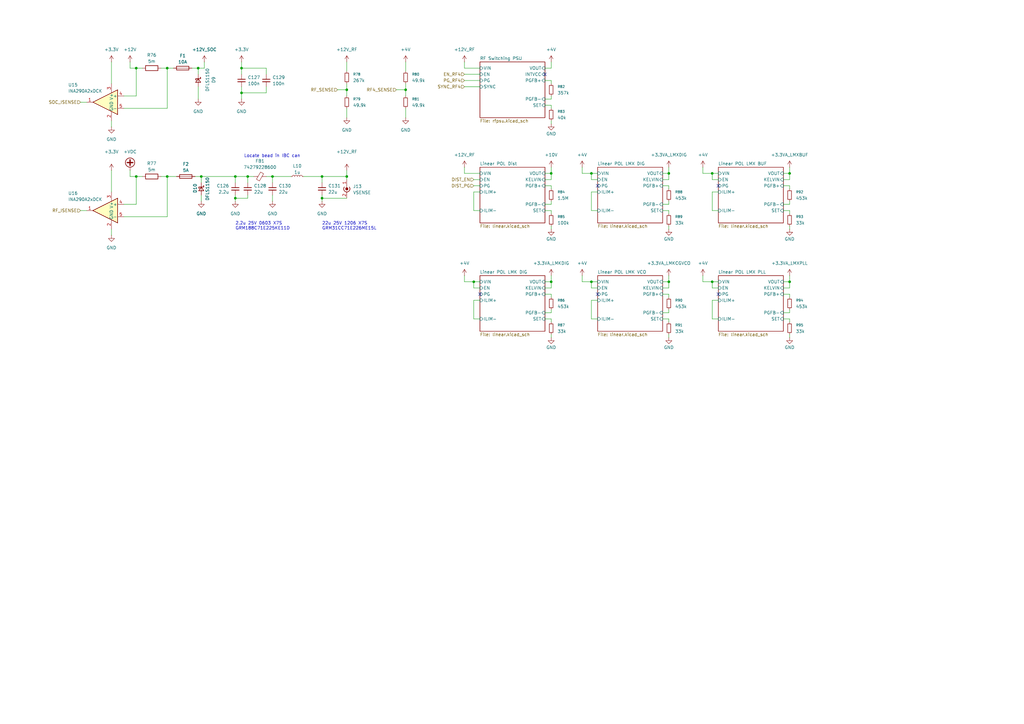
<source format=kicad_sch>
(kicad_sch (version 20250114) (generator "eeschema") (generator_version "9.0")
  (paper "A3")
  (lib_symbols
    (symbol "Amplifier_Current:INA290A2xDCK" (pin_names (offset 0.127))
      (property "Reference" "U" (at 3.81 3.81 0))
      (property "Value" "INA290A2xDCK" (at 3.81 -2.54 0))
      (symbol "INA290A2xDCK_0_1"
        (polyline (pts (xy 5.08 0) (xy -5.08 5.08) (xy -5.08 -5.08) (xy 5.08 0)) (stroke (width 0.254)) (fill (type background)))
      )
      (symbol "INA290A2xDCK_1_1"
        (pin input line (at -7.62 2.54 0) (length 2.54) (name "+") (number "4"))
        (pin input line (at -7.62 -2.54 0) (length 2.54) (name "-") (number "5"))
        (pin power_in line (at -2.54 7.62 270) (length 3.81) (name "V+") (number "3"))
        (pin power_in line (at -2.54 -7.62 90) (length 3.81) (name "GND") (number "2"))
        (pin output line (at 7.62 0 180) (length 2.54) (name "~") (number "1"))
      )
    )
    (symbol "Connector:Conn_Coaxial_Power" (pin_names (offset 1.016) (hide yes))
      (property "Reference" "J" (at -5.08 -1.27 90))
      (property "Value" "Conn_Coaxial_Power" (at -3.175 -1.27 90))
      (symbol "Conn_Coaxial_Power_0_1"
        (arc (start 1.016 -0.508) (mid 1.2048 -0.8684) (end 1.27 -1.27) (stroke (width 0.254)))
        (polyline (pts (xy 0 0) (xy 0 -1.27)))
        (arc (start 1.27 -1.27) (mid 0 -2.5345) (end -1.27 -1.27) (stroke (width 0.254)))
        (arc (start -1.27 -1.27) (mid -1.2048 -0.8684) (end -1.016 -0.508) (stroke (width 0.254)))
        (circle (center 0 -1.27) (radius 0.508) (stroke (width 0.2032)) (fill (type outline)))
        (polyline (pts (xy 0 -2.54) (xy 0 -3.048)))
      )
      (symbol "Conn_Coaxial_Power_1_1"
        (pin passive line (at 0 2.54 270) (length 2.54) (name "In") (number "1"))
        (pin passive line (at 0 -5.08 90) (length 2.54) (name "Ext") (number "2"))
      )
    )
    (symbol "Device:C_Small" (pin_numbers (hide yes)) (pin_names (offset 0.254) (hide yes))
      (property "Reference" "C" (at 0.254 1.778 0))
      (property "Value" "C_Small" (at 0.254 -2.032 0))
      (symbol "C_Small_0_1"
        (polyline (pts (xy -1.524 0.508) (xy 1.524 0.508)) (stroke (width 0.3048)))
        (polyline (pts (xy -1.524 -0.508) (xy 1.524 -0.508)) (stroke (width 0.3302)))
      )
      (symbol "C_Small_1_1"
        (pin passive line (at 0 2.54 270) (length 2.032) (name "~") (number "1"))
        (pin passive line (at 0 -2.54 90) (length 2.032) (name "~") (number "2"))
      )
    )
    (symbol "Device:D_Schottky_Small" (pin_numbers (hide yes)) (pin_names (offset 0.254) (hide yes))
      (property "Reference" "D" (at -1.27 2.032 0))
      (property "Value" "D_Schottky_Small" (at -7.112 -2.032 0))
      (symbol "D_Schottky_Small_0_1"
        (polyline (pts (xy -1.27 0.762) (xy -1.27 1.016) (xy -0.762 1.016) (xy -0.762 -1.016) (xy -0.254 -1.016) (xy -0.254 -0.762)) (stroke (width 0.254)))
        (polyline (pts (xy -0.762 0) (xy 0.762 0)))
        (polyline (pts (xy 0.762 -1.016) (xy -0.762 0) (xy 0.762 1.016) (xy 0.762 -1.016)) (stroke (width 0.254)))
      )
      (symbol "D_Schottky_Small_1_1"
        (pin passive line (at -2.54 0 0) (length 1.778) (name "K") (number "1"))
        (pin passive line (at 2.54 0 180) (length 1.778) (name "A") (number "2"))
      )
    )
    (symbol "Device:FerriteBead_Small" (pin_numbers (hide yes)) (pin_names (offset 0))
      (property "Reference" "FB" (at 1.905 1.27 0))
      (property "Value" "FerriteBead_Small" (at 1.905 -1.27 0))
      (symbol "FerriteBead_Small_0_1"
        (polyline (pts (xy -1.8288 0.2794) (xy -1.1176 1.4986) (xy 1.8288 -0.2032) (xy 1.1176 -1.4224) (xy -1.8288 0.2794)))
        (polyline (pts (xy 0 0.889) (xy 0 1.2954)))
        (polyline (pts (xy 0 -1.27) (xy 0 -0.7874)))
      )
      (symbol "FerriteBead_Small_1_1"
        (pin passive line (at 0 2.54 270) (length 1.27) (name "~") (number "1"))
        (pin passive line (at 0 -2.54 90) (length 1.27) (name "~") (number "2"))
      )
    )
    (symbol "Device:Fuse" (pin_numbers (hide yes)) (pin_names (offset 0))
      (property "Reference" "F" (at 2.032 0 90))
      (property "Value" "Fuse" (at -1.905 0 90))
      (symbol "Fuse_0_1"
        (rectangle (start -0.762 -2.54) (end 0.762 2.54) (stroke (width 0.254)))
        (polyline (pts (xy 0 2.54) (xy 0 -2.54)))
      )
      (symbol "Fuse_1_1"
        (pin passive line (at 0 3.81 270) (length 1.27) (name "~") (number "1"))
        (pin passive line (at 0 -3.81 90) (length 1.27) (name "~") (number "2"))
      )
    )
    (symbol "Device:L_Small" (pin_numbers (hide yes)) (pin_names (offset 0.254) (hide yes))
      (property "Reference" "L" (at 0.762 1.016 0))
      (property "Value" "L_Small" (at 0.762 -1.016 0))
      (symbol "L_Small_0_1"
        (arc (start 0 2.032) (mid 0.5058 1.524) (end 0 1.016))
        (arc (start 0 1.016) (mid 0.5058 0.508) (end 0 0))
        (arc (start 0 0) (mid 0.5058 -0.508) (end 0 -1.016))
        (arc (start 0 -1.016) (mid 0.5058 -1.524) (end 0 -2.032))
      )
      (symbol "L_Small_1_1"
        (pin passive line (at 0 2.54 270) (length 0.508) (name "~") (number "1"))
        (pin passive line (at 0 -2.54 90) (length 0.508) (name "~") (number "2"))
      )
    )
    (symbol "Device:R" (pin_numbers (hide yes)) (pin_names (offset 0))
      (property "Reference" "R" (at 2.032 0 90))
      (property "Value" "R" (at 0 0 90))
      (symbol "R_0_1"
        (rectangle (start -1.016 -2.54) (end 1.016 2.54) (stroke (width 0.254)))
      )
      (symbol "R_1_1"
        (pin passive line (at 0 3.81 270) (length 1.27) (name "~") (number "1"))
        (pin passive line (at 0 -3.81 90) (length 1.27) (name "~") (number "2"))
      )
    )
    (symbol "Device:R_Small" (pin_numbers (hide yes)) (pin_names (offset 0.254) (hide yes))
      (property "Reference" "R" (at 0 0 90))
      (property "Value" "R_Small" (at 1.778 0 90))
      (symbol "R_Small_0_1"
        (rectangle (start -0.762 1.778) (end 0.762 -1.778) (stroke (width 0.2032)))
      )
      (symbol "R_Small_1_1"
        (pin passive line (at 0 2.54 270) (length 0.762) (name "~") (number "1"))
        (pin passive line (at 0 -2.54 90) (length 0.762) (name "~") (number "2"))
      )
    )
    (symbol "power:+10V" (power) (pin_numbers (hide yes)) (pin_names (offset 0) (hide yes))
      (property "Value" "+10V" (at 0 3.556 0))
      (symbol "+10V_0_1"
        (polyline (pts (xy -0.762 1.27) (xy 0 2.54)))
        (polyline (pts (xy 0 2.54) (xy 0.762 1.27)))
        (polyline (pts (xy 0 0) (xy 0 2.54)))
      )
      (symbol "+10V_1_1"
        (pin power_in line (at 0 0 90) (length 0) (name "~") (number "1"))
      )
    )
    (symbol "power:+12V" (power) (pin_numbers (hide yes)) (pin_names (offset 0) (hide yes))
      (property "Value" "+12V" (at 0 3.556 0))
      (symbol "+12V_0_1"
        (polyline (pts (xy -0.762 1.27) (xy 0 2.54)))
        (polyline (pts (xy 0 2.54) (xy 0.762 1.27)))
        (polyline (pts (xy 0 0) (xy 0 2.54)))
      )
      (symbol "+12V_1_1"
        (pin power_in line (at 0 0 90) (length 0) (name "~") (number "1"))
      )
    )
    (symbol "power:+3.3V" (power) (pin_numbers (hide yes)) (pin_names (offset 0) (hide yes))
      (property "Value" "+3.3V" (at 0 3.556 0))
      (symbol "+3.3V_0_1"
        (polyline (pts (xy -0.762 1.27) (xy 0 2.54)))
        (polyline (pts (xy 0 2.54) (xy 0.762 1.27)))
        (polyline (pts (xy 0 0) (xy 0 2.54)))
      )
      (symbol "+3.3V_1_1"
        (pin power_in line (at 0 0 90) (length 0) (name "~") (number "1"))
      )
    )
    (symbol "power:+4V" (power) (pin_numbers (hide yes)) (pin_names (offset 0) (hide yes))
      (property "Value" "+4V" (at 0 3.556 0))
      (symbol "+4V_0_1"
        (polyline (pts (xy -0.762 1.27) (xy 0 2.54)))
        (polyline (pts (xy 0 2.54) (xy 0.762 1.27)))
        (polyline (pts (xy 0 0) (xy 0 2.54)))
      )
      (symbol "+4V_1_1"
        (pin power_in line (at 0 0 90) (length 0) (name "~") (number "1"))
      )
    )
    (symbol "power:+VDC" (power) (pin_numbers (hide yes)) (pin_names (offset 0) (hide yes))
      (property "Value" "+VDC" (at 0 6.35 0))
      (symbol "+VDC_0_1"
        (polyline (pts (xy -1.143 3.175) (xy 1.143 3.175)) (stroke (width 0.508)))
        (circle (center 0 3.175) (radius 1.905) (stroke (width 0.254)))
        (polyline (pts (xy 0 2.032) (xy 0 4.318)) (stroke (width 0.508)))
        (polyline (pts (xy 0 0) (xy 0 1.27)))
      )
      (symbol "+VDC_1_1"
        (pin power_in line (at 0 0 90) (length 0) (name "~") (number "1"))
      )
    )
    (symbol "power:GND" (power) (pin_numbers (hide yes)) (pin_names (offset 0) (hide yes))
      (property "Value" "GND" (at 0 -3.81 0))
      (symbol "GND_0_1"
        (polyline (pts (xy 0 0) (xy 0 -1.27) (xy 1.27 -1.27) (xy 0 -2.54) (xy -1.27 -1.27) (xy 0 -1.27)))
      )
      (symbol "GND_1_1"
        (pin power_in line (at 0 0 270) (length 0) (name "~") (number "1"))
      )
    )
    (symbol "power:VBUS" (power) (pin_numbers (hide yes)) (pin_names (offset 0) (hide yes))
      (property "Value" "VBUS" (at 0 3.556 0))
      (symbol "VBUS_0_1"
        (polyline (pts (xy -0.762 1.27) (xy 0 2.54)))
        (polyline (pts (xy 0 2.54) (xy 0.762 1.27)))
        (polyline (pts (xy 0 0) (xy 0 2.54)))
      )
      (symbol "VBUS_1_1"
        (pin power_in line (at 0 0 90) (length 0) (name "~") (number "1"))
      )
    )
  )
  (text "22u 25V 1206 X7S\nGRM31CC71E226ME15L" (at 132.08 90.932 0) (effects (font (size 1.27 1.27)) (justify left top)))
  (text "2.2u 25V 0603 X7S\nGRM188C71E225KE11D" (at 96.52 90.932 0) (effects (font (size 1.27 1.27)) (justify left top)))
  (text "Locate bead in IBC can" (at 100.076 64.77 0) (effects (font (size 1.27 1.27)) (justify left bottom)))
  (junction (at 323.85 115.57))
  (junction (at 81.28 27.94))
  (junction (at 292.1 115.57))
  (junction (at 142.24 72.39))
  (junction (at 99.06 27.94))
  (junction (at 274.32 115.57))
  (junction (at 55.88 27.94))
  (junction (at 132.08 72.39))
  (junction (at 82.55 72.39))
  (junction (at 242.57 115.57))
  (junction (at 166.37 36.83))
  (junction (at 132.08 81.28))
  (junction (at 242.57 71.12))
  (junction (at 323.85 71.12))
  (junction (at 292.1 71.12))
  (junction (at 96.52 72.39))
  (junction (at 194.31 115.57))
  (junction (at 226.06 71.12))
  (junction (at 99.06 38.1))
  (junction (at 101.6 72.39))
  (junction (at 68.58 72.39))
  (junction (at 226.06 115.57))
  (junction (at 142.24 36.83))
  (junction (at 274.32 71.12))
  (junction (at 111.76 72.39))
  (junction (at 68.58 27.94))
  (junction (at 55.88 72.39))
  (junction (at 96.52 81.28))
  (no_connect (at 196.85 120.65))
  (no_connect (at 245.11 76.2))
  (no_connect (at 294.64 120.65))
  (no_connect (at 245.11 120.65))
  (no_connect (at 223.52 30.48))
  (no_connect (at 294.64 76.2))
  (wire (pts (xy 99.06 27.94) (xy 99.06 30.48)))
  (wire (pts (xy 321.31 83.82) (xy 323.85 83.82)))
  (wire (pts (xy 96.52 72.39) (xy 96.52 74.93)))
  (wire (pts (xy 82.55 72.39) (xy 96.52 72.39)))
  (wire (pts (xy 142.24 36.83) (xy 142.24 39.37)))
  (wire (pts (xy 321.31 118.11) (xy 323.85 118.11)))
  (wire (pts (xy 166.37 44.45) (xy 166.37 48.26)))
  (wire (pts (xy 45.72 25.4) (xy 45.72 34.29)))
  (wire (pts (xy 226.06 128.27) (xy 226.06 127)))
  (wire (pts (xy 81.28 27.94) (xy 83.82 27.94)))
  (wire (pts (xy 226.06 68.58) (xy 226.06 71.12)))
  (wire (pts (xy 238.76 68.58) (xy 238.76 71.12)))
  (wire (pts (xy 81.28 30.48) (xy 81.28 27.94)))
  (wire (pts (xy 109.22 27.94) (xy 99.06 27.94)))
  (wire (pts (xy 66.04 72.39) (xy 68.58 72.39)))
  (wire (pts (xy 274.32 83.82) (xy 274.32 82.55)))
  (wire (pts (xy 50.8 88.9) (xy 68.58 88.9)))
  (wire (pts (xy 274.32 118.11) (xy 274.32 115.57)))
  (wire (pts (xy 274.32 92.71) (xy 274.32 93.98)))
  (wire (pts (xy 323.85 121.92) (xy 323.85 120.65)))
  (wire (pts (xy 142.24 73.66) (xy 142.24 72.39)))
  (wire (pts (xy 162.56 36.83) (xy 166.37 36.83)))
  (wire (pts (xy 238.76 113.03) (xy 238.76 115.57)))
  (wire (pts (xy 288.29 68.58) (xy 288.29 71.12)))
  (wire (pts (xy 226.06 87.63) (xy 226.06 86.36)))
  (wire (pts (xy 323.85 113.03) (xy 323.85 115.57)))
  (wire (pts (xy 53.34 25.4) (xy 53.34 27.94)))
  (wire (pts (xy 223.52 40.64) (xy 226.06 40.64)))
  (wire (pts (xy 226.06 25.4) (xy 226.06 27.94)))
  (wire (pts (xy 226.06 77.47) (xy 226.06 76.2)))
  (wire (pts (xy 55.88 27.94) (xy 58.42 27.94)))
  (wire (pts (xy 321.31 86.36) (xy 323.85 86.36)))
  (wire (pts (xy 323.85 137.16) (xy 323.85 138.43)))
  (wire (pts (xy 242.57 73.66) (xy 242.57 71.12)))
  (wire (pts (xy 223.52 86.36) (xy 226.06 86.36)))
  (wire (pts (xy 66.04 27.94) (xy 68.58 27.94)))
  (wire (pts (xy 226.06 49.53) (xy 226.06 50.8)))
  (wire (pts (xy 271.78 73.66) (xy 274.32 73.66)))
  (wire (pts (xy 132.08 81.28) (xy 142.24 81.28)))
  (wire (pts (xy 294.64 78.74) (xy 292.1 78.74)))
  (wire (pts (xy 238.76 115.57) (xy 242.57 115.57)))
  (wire (pts (xy 226.06 113.03) (xy 226.06 115.57)))
  (wire (pts (xy 323.85 128.27) (xy 323.85 127)))
  (wire (pts (xy 194.31 115.57) (xy 196.85 115.57)))
  (wire (pts (xy 68.58 27.94) (xy 71.12 27.94)))
  (wire (pts (xy 323.85 73.66) (xy 323.85 71.12)))
  (wire (pts (xy 132.08 80.01) (xy 132.08 81.28)))
  (wire (pts (xy 81.28 27.94) (xy 78.74 27.94)))
  (wire (pts (xy 101.6 72.39) (xy 104.14 72.39)))
  (wire (pts (xy 323.85 77.47) (xy 323.85 76.2)))
  (wire (pts (xy 96.52 81.28) (xy 96.52 82.55)))
  (wire (pts (xy 50.8 39.37) (xy 55.88 39.37)))
  (wire (pts (xy 99.06 38.1) (xy 99.06 35.56)))
  (wire (pts (xy 111.76 80.01) (xy 111.76 82.55)))
  (wire (pts (xy 271.78 86.36) (xy 274.32 86.36)))
  (wire (pts (xy 321.31 76.2) (xy 323.85 76.2)))
  (wire (pts (xy 96.52 81.28) (xy 101.6 81.28)))
  (wire (pts (xy 190.5 113.03) (xy 190.5 115.57)))
  (wire (pts (xy 288.29 113.03) (xy 288.29 115.57)))
  (wire (pts (xy 288.29 71.12) (xy 292.1 71.12)))
  (wire (pts (xy 96.52 72.39) (xy 101.6 72.39)))
  (wire (pts (xy 223.52 73.66) (xy 226.06 73.66)))
  (wire (pts (xy 194.31 118.11) (xy 194.31 115.57)))
  (wire (pts (xy 226.06 132.08) (xy 226.06 130.81)))
  (wire (pts (xy 292.1 78.74) (xy 292.1 86.36)))
  (wire (pts (xy 101.6 72.39) (xy 101.6 74.93)))
  (wire (pts (xy 194.31 123.19) (xy 194.31 130.81)))
  (wire (pts (xy 196.85 118.11) (xy 194.31 118.11)))
  (wire (pts (xy 242.57 130.81) (xy 245.11 130.81)))
  (wire (pts (xy 190.5 35.56) (xy 196.85 35.56)))
  (wire (pts (xy 33.02 86.36) (xy 35.56 86.36)))
  (wire (pts (xy 245.11 78.74) (xy 242.57 78.74)))
  (wire (pts (xy 45.72 93.98) (xy 45.72 96.52)))
  (wire (pts (xy 292.1 115.57) (xy 294.64 115.57)))
  (wire (pts (xy 190.5 33.02) (xy 196.85 33.02)))
  (wire (pts (xy 274.32 137.16) (xy 274.32 138.43)))
  (wire (pts (xy 55.88 72.39) (xy 58.42 72.39)))
  (wire (pts (xy 321.31 73.66) (xy 323.85 73.66)))
  (wire (pts (xy 223.52 33.02) (xy 226.06 33.02)))
  (wire (pts (xy 323.85 68.58) (xy 323.85 71.12)))
  (wire (pts (xy 321.31 130.81) (xy 323.85 130.81)))
  (wire (pts (xy 50.8 44.45) (xy 68.58 44.45)))
  (wire (pts (xy 50.8 83.82) (xy 55.88 83.82)))
  (wire (pts (xy 292.1 118.11) (xy 292.1 115.57)))
  (wire (pts (xy 274.32 128.27) (xy 274.32 127)))
  (wire (pts (xy 242.57 118.11) (xy 242.57 115.57)))
  (wire (pts (xy 271.78 76.2) (xy 274.32 76.2)))
  (wire (pts (xy 323.85 118.11) (xy 323.85 115.57)))
  (wire (pts (xy 238.76 71.12) (xy 242.57 71.12)))
  (wire (pts (xy 53.34 27.94) (xy 55.88 27.94)))
  (wire (pts (xy 81.28 35.56) (xy 81.28 40.64)))
  (wire (pts (xy 132.08 72.39) (xy 142.24 72.39)))
  (wire (pts (xy 274.32 77.47) (xy 274.32 76.2)))
  (wire (pts (xy 142.24 25.4) (xy 142.24 29.21)))
  (wire (pts (xy 132.08 74.93) (xy 132.08 72.39)))
  (wire (pts (xy 271.78 120.65) (xy 274.32 120.65)))
  (wire (pts (xy 321.31 115.57) (xy 323.85 115.57)))
  (wire (pts (xy 271.78 83.82) (xy 274.32 83.82)))
  (wire (pts (xy 323.85 83.82) (xy 323.85 82.55)))
  (wire (pts (xy 271.78 128.27) (xy 274.32 128.27)))
  (wire (pts (xy 82.55 74.93) (xy 82.55 72.39)))
  (wire (pts (xy 226.06 73.66) (xy 226.06 71.12)))
  (wire (pts (xy 142.24 34.29) (xy 142.24 36.83)))
  (wire (pts (xy 111.76 72.39) (xy 119.38 72.39)))
  (wire (pts (xy 242.57 115.57) (xy 245.11 115.57)))
  (wire (pts (xy 223.52 128.27) (xy 226.06 128.27)))
  (wire (pts (xy 242.57 86.36) (xy 245.11 86.36)))
  (wire (pts (xy 294.64 123.19) (xy 292.1 123.19)))
  (wire (pts (xy 109.22 27.94) (xy 109.22 30.48)))
  (wire (pts (xy 274.32 87.63) (xy 274.32 86.36)))
  (wire (pts (xy 55.88 39.37) (xy 55.88 27.94)))
  (wire (pts (xy 223.52 120.65) (xy 226.06 120.65)))
  (wire (pts (xy 142.24 44.45) (xy 142.24 48.26)))
  (wire (pts (xy 196.85 123.19) (xy 194.31 123.19)))
  (wire (pts (xy 323.85 87.63) (xy 323.85 86.36)))
  (wire (pts (xy 109.22 72.39) (xy 111.76 72.39)))
  (wire (pts (xy 245.11 123.19) (xy 242.57 123.19)))
  (wire (pts (xy 223.52 43.18) (xy 226.06 43.18)))
  (wire (pts (xy 321.31 120.65) (xy 323.85 120.65)))
  (wire (pts (xy 166.37 25.4) (xy 166.37 29.21)))
  (wire (pts (xy 68.58 88.9) (xy 68.58 72.39)))
  (wire (pts (xy 226.06 83.82) (xy 226.06 82.55)))
  (wire (pts (xy 292.1 123.19) (xy 292.1 130.81)))
  (wire (pts (xy 99.06 38.1) (xy 99.06 40.64)))
  (wire (pts (xy 68.58 72.39) (xy 72.39 72.39)))
  (wire (pts (xy 271.78 115.57) (xy 274.32 115.57)))
  (wire (pts (xy 190.5 27.94) (xy 196.85 27.94)))
  (wire (pts (xy 53.34 69.85) (xy 53.34 72.39)))
  (wire (pts (xy 294.64 118.11) (xy 292.1 118.11)))
  (wire (pts (xy 190.5 115.57) (xy 194.31 115.57)))
  (wire (pts (xy 292.1 130.81) (xy 294.64 130.81)))
  (wire (pts (xy 271.78 118.11) (xy 274.32 118.11)))
  (wire (pts (xy 45.72 49.53) (xy 45.72 52.07)))
  (wire (pts (xy 109.22 38.1) (xy 99.06 38.1)))
  (wire (pts (xy 226.06 118.11) (xy 226.06 115.57)))
  (wire (pts (xy 83.82 27.94) (xy 83.82 25.4)))
  (wire (pts (xy 99.06 25.4) (xy 99.06 27.94)))
  (wire (pts (xy 194.31 130.81) (xy 196.85 130.81)))
  (wire (pts (xy 271.78 130.81) (xy 274.32 130.81)))
  (wire (pts (xy 226.06 44.45) (xy 226.06 43.18)))
  (wire (pts (xy 288.29 115.57) (xy 292.1 115.57)))
  (wire (pts (xy 68.58 44.45) (xy 68.58 27.94)))
  (wire (pts (xy 321.31 128.27) (xy 323.85 128.27)))
  (wire (pts (xy 138.43 36.83) (xy 142.24 36.83)))
  (wire (pts (xy 274.32 68.58) (xy 274.32 71.12)))
  (wire (pts (xy 321.31 71.12) (xy 323.85 71.12)))
  (wire (pts (xy 226.06 121.92) (xy 226.06 120.65)))
  (wire (pts (xy 245.11 73.66) (xy 242.57 73.66)))
  (wire (pts (xy 96.52 81.28) (xy 96.52 80.01)))
  (wire (pts (xy 223.52 118.11) (xy 226.06 118.11)))
  (wire (pts (xy 194.31 86.36) (xy 196.85 86.36)))
  (wire (pts (xy 223.52 130.81) (xy 226.06 130.81)))
  (wire (pts (xy 242.57 71.12) (xy 245.11 71.12)))
  (wire (pts (xy 245.11 118.11) (xy 242.57 118.11)))
  (wire (pts (xy 132.08 81.28) (xy 132.08 82.55)))
  (wire (pts (xy 226.06 92.71) (xy 226.06 93.98)))
  (wire (pts (xy 82.55 72.39) (xy 80.01 72.39)))
  (wire (pts (xy 194.31 78.74) (xy 194.31 86.36)))
  (wire (pts (xy 223.52 76.2) (xy 226.06 76.2)))
  (wire (pts (xy 196.85 76.2) (xy 194.31 76.2)))
  (wire (pts (xy 274.32 132.08) (xy 274.32 130.81)))
  (wire (pts (xy 323.85 132.08) (xy 323.85 130.81)))
  (wire (pts (xy 226.06 137.16) (xy 226.06 138.43)))
  (wire (pts (xy 82.55 80.01) (xy 82.55 82.55)))
  (wire (pts (xy 274.32 121.92) (xy 274.32 120.65)))
  (wire (pts (xy 242.57 123.19) (xy 242.57 130.81)))
  (wire (pts (xy 223.52 115.57) (xy 226.06 115.57)))
  (wire (pts (xy 190.5 68.58) (xy 190.5 71.12)))
  (wire (pts (xy 55.88 83.82) (xy 55.88 72.39)))
  (wire (pts (xy 274.32 73.66) (xy 274.32 71.12)))
  (wire (pts (xy 196.85 78.74) (xy 194.31 78.74)))
  (wire (pts (xy 294.64 73.66) (xy 292.1 73.66)))
  (wire (pts (xy 53.34 72.39) (xy 55.88 72.39)))
  (wire (pts (xy 166.37 34.29) (xy 166.37 36.83)))
  (wire (pts (xy 223.52 83.82) (xy 226.06 83.82)))
  (wire (pts (xy 101.6 80.01) (xy 101.6 81.28)))
  (wire (pts (xy 196.85 73.66) (xy 194.31 73.66)))
  (wire (pts (xy 190.5 30.48) (xy 196.85 30.48)))
  (wire (pts (xy 45.72 69.85) (xy 45.72 78.74)))
  (wire (pts (xy 323.85 92.71) (xy 323.85 93.98)))
  (wire (pts (xy 226.06 34.29) (xy 226.06 33.02)))
  (wire (pts (xy 33.02 41.91) (xy 35.56 41.91)))
  (wire (pts (xy 242.57 78.74) (xy 242.57 86.36)))
  (wire (pts (xy 292.1 71.12) (xy 294.64 71.12)))
  (wire (pts (xy 111.76 72.39) (xy 111.76 74.93)))
  (wire (pts (xy 292.1 73.66) (xy 292.1 71.12)))
  (wire (pts (xy 292.1 86.36) (xy 294.64 86.36)))
  (wire (pts (xy 271.78 71.12) (xy 274.32 71.12)))
  (wire (pts (xy 226.06 40.64) (xy 226.06 39.37)))
  (wire (pts (xy 223.52 71.12) (xy 226.06 71.12)))
  (wire (pts (xy 142.24 69.85) (xy 142.24 72.39)))
  (wire (pts (xy 190.5 71.12) (xy 196.85 71.12)))
  (wire (pts (xy 166.37 36.83) (xy 166.37 39.37)))
  (wire (pts (xy 124.46 72.39) (xy 132.08 72.39)))
  (wire (pts (xy 223.52 27.94) (xy 226.06 27.94)))
  (wire (pts (xy 190.5 25.4) (xy 190.5 27.94)))
  (wire (pts (xy 109.22 35.56) (xy 109.22 38.1)))
  (wire (pts (xy 274.32 113.03) (xy 274.32 115.57)))
  (hierarchical_label "RF4_SENSE" (shape input) (at 162.56 36.83 180))
  (hierarchical_label "SOC_ISENSE" (shape input) (at 33.02 41.91 180))
  (hierarchical_label "PG_RF4" (shape input) (at 190.5 33.02 180))
  (hierarchical_label "RF_SENSE" (shape input) (at 138.43 36.83 180))
  (hierarchical_label "DIST_PG" (shape input) (at 194.31 76.2 180))
  (hierarchical_label "RF_ISENSE" (shape input) (at 33.02 86.36 180))
  (hierarchical_label "DIST_EN" (shape input) (at 194.31 73.66 180))
  (hierarchical_label "EN_RF4" (shape input) (at 190.5 30.48 180))
  (hierarchical_label "SYNC_RF4" (shape input) (at 190.5 35.56 180))
  (symbol (lib_id "power:+VDC") (at 53.34 69.85 0) (unit 1)
    (property "Reference" "#PWR0111" (effects (hide yes)))
    (property "Value" "+VDC" (at 53.34 62.23 0))
    (property "Description" "Power symbol creates a global label with name \"+VDC\"" (effects (hide yes)))
  )
  (symbol (lib_id "power:GND") (at 323.85 93.98 0) (unit 1)
    (property "Reference" "#PWR0143" (effects (hide yes)))
    (property "Value" "GND" (at 323.85 98.044 0))
    (property "Description" "Power symbol creates a global label with name \"GND\" , ground" (effects (hide yes)))
  )
  (symbol (lib_id "Device:R_Small") (at 323.85 134.62 0) (unit 1)
    (property "Reference" "R95" (at 326.39 133.35 0) (effects (font (size 1.016 1.016)) (justify left)))
    (property "Value" "33k" (at 326.39 135.89 0) (effects (justify left)))
    (property "Footprint" "Resistor_SMD:R_0402_1005Metric" (effects (hide yes)))
    (property "Description" "Resistor, small symbol" (effects (hide yes)))
    (property "DIGIKEY_PN" "YAG4374CT-ND" (effects (hide yes)))
  )
  (symbol (lib_id "Device:C_Small") (at 132.08 77.47 0) (unit 1)
    (property "Reference" "C131" (at 134.62 76.2062 0) (effects (justify left)))
    (property "Value" "22u" (at 134.62 78.7462 0) (effects (justify left)))
    (property "Footprint" "Capacitor_SMD:C_1206_3216Metric" (effects (hide yes)))
    (property "Description" "Unpolarized capacitor, small symbol" (effects (hide yes)))
    (property "DIGIKEY_PN" "490-GRM31CC71E226ME15LCT-ND" (effects (hide yes)))
  )
  (symbol (lib_id "power:+4V") (at 288.29 113.03 0) (unit 1)
    (property "Reference" "#PWR0141" (effects (hide yes)))
    (property "Value" "+4V" (at 288.29 107.95 0))
    (property "Description" "Power symbol creates a global label with name \"+4V\"" (effects (hide yes)))
  )
  (symbol (lib_id "power:+3.3V") (at 274.32 68.58 0) (unit 1)
    (property "Reference" "#PWR0136" (effects (hide yes)))
    (property "Value" "+3.3VA_LMXDIG" (at 274.32 63.5 0))
    (property "Description" "Power symbol creates a global label with name \"+3.3V\"" (effects (hide yes)))
  )
  (symbol (lib_id "Device:R_Small") (at 274.32 80.01 0) (mirror y) (unit 1)
    (property "Reference" "R88" (at 276.86 78.7399 0) (effects (font (size 1.016 1.016)) (justify right)))
    (property "Value" "453k" (at 276.86 81.2799 0) (effects (justify right)))
    (property "Footprint" "Resistor_SMD:R_0402_1005Metric" (effects (hide yes)))
    (property "Description" "Resistor, small symbol" (effects (hide yes)))
    (property "DIGIKEY_PN" "13-RC0402FR-13453KLCT-ND" (effects (hide yes)))
  )
  (symbol (lib_id "power:+4V") (at 226.06 25.4 0) (unit 1)
    (property "Reference" "#PWR0128" (effects (hide yes)))
    (property "Value" "+4V" (at 226.06 20.32 0))
    (property "Description" "Power symbol creates a global label with name \"+4V\"" (effects (hide yes)))
  )
  (symbol (lib_id "Device:R_Small") (at 323.85 90.17 0) (unit 1)
    (property "Reference" "R93" (at 326.39 88.9 0) (effects (font (size 1.016 1.016)) (justify left)))
    (property "Value" "33k" (at 326.39 91.44 0) (effects (justify left)))
    (property "Footprint" "Resistor_SMD:R_0402_1005Metric" (effects (hide yes)))
    (property "Description" "Resistor, small symbol" (effects (hide yes)))
    (property "DIGIKEY_PN" "YAG4374CT-ND" (effects (hide yes)))
  )
  (symbol (lib_id "power:GND") (at 226.06 138.43 0) (unit 1)
    (property "Reference" "#PWR0133" (effects (hide yes)))
    (property "Value" "GND" (at 226.06 142.494 0))
    (property "Description" "Power symbol creates a global label with name \"GND\" , ground" (effects (hide yes)))
  )
  (symbol (lib_id "Device:D_Schottky_Small") (at 81.28 33.02 270) (unit 1)
    (property "Reference" "D9" (at 87.63 32.766 0))
    (property "Value" "DFLS1150" (at 85.09 32.766 0))
    (property "Footprint" "Diode_SMD:D_PowerDI-123" (effects (hide yes)))
    (property "Description" "Schottky diode, small symbol" (effects (hide yes)))
    (property "DIGIKEY_PN" "DFLS1150DICT-ND" (effects (hide yes)))
  )
  (symbol (lib_id "power:+4V") (at 288.29 68.58 0) (unit 1)
    (property "Reference" "#PWR0140" (effects (hide yes)))
    (property "Value" "+4V" (at 288.29 63.5 0))
    (property "Description" "Power symbol creates a global label with name \"+4V\"" (effects (hide yes)))
  )
  (symbol (lib_id "Device:Fuse") (at 74.93 27.94 90) (unit 1)
    (property "Reference" "F1" (at 74.93 22.86 90))
    (property "Value" "10A" (at 74.93 25.4 90))
    (property "Footprint" "Fuse:Fuseholder_Littelfuse_Nano2_157x" (effects (hide yes)))
    (property "Description" "Fuse" (effects (hide yes)))
    (property "DIGIKEY_PN" "F2973CT-ND" (effects (hide yes)))
  )
  (symbol (lib_id "Connector:Conn_Coaxial_Power") (at 142.24 76.2 0) (unit 1)
    (property "Reference" "J13" (at 144.78 76.4539 0) (effects (justify left)))
    (property "Value" "VSENSE" (at 144.78 78.9939 0) (effects (justify left)))
    (property "Footprint" "Connector_Coaxial:SMA_Amphenol_132134-10_Vertical" (effects (hide yes)))
    (property "Description" "coaxial connector (BNC, SMA, SMB, SMC, Cinch/RCA, LEMO, ...)" (effects (hide yes)))
    (property "DIGIKEY_PN" "ARF2755-ND" (effects (hide yes)))
  )
  (symbol (lib_id "power:+3.3V") (at 323.85 68.58 0) (unit 1)
    (property "Reference" "#PWR0142" (effects (hide yes)))
    (property "Value" "+3.3VA_LMXBUF" (at 323.85 63.5 0))
    (property "Description" "Power symbol creates a global label with name \"+3.3V\"" (effects (hide yes)))
  )
  (symbol (lib_id "Device:L_Small") (at 121.92 72.39 270) (mirror x) (unit 1)
    (property "Reference" "L10" (at 121.92 68.072 90))
    (property "Value" "1u" (at 121.92 70.612 90))
    (property "Footprint" "Inductor_SMD:L_Bourns_SRR1260" (effects (hide yes)))
    (property "Description" "Inductor, small symbol" (effects (hide yes)))
    (property "DIGIKEY_PN" "SRR1260-1R0YCT-ND" (effects (hide yes)))
  )
  (symbol (lib_id "power:GND") (at 111.76 82.55 0) (unit 1)
    (property "Reference" "#PWR0118" (effects (hide yes)))
    (property "Value" "GND" (at 111.76 87.63 0))
    (property "Description" "Power symbol creates a global label with name \"GND\" , ground" (effects (hide yes)))
  )
  (symbol (lib_id "power:+3.3V") (at 45.72 25.4 0) (unit 1)
    (property "Reference" "#PWR0106" (effects (hide yes)))
    (property "Value" "+3.3V" (at 45.72 20.32 0))
    (property "Description" "Power symbol creates a global label with name \"+3.3V\"" (effects (hide yes)))
  )
  (symbol (lib_id "power:GND") (at 166.37 48.26 0) (unit 1)
    (property "Reference" "#PWR0124" (effects (hide yes)))
    (property "Value" "GND" (at 166.37 53.34 0))
    (property "Description" "Power symbol creates a global label with name \"GND\" , ground" (effects (hide yes)))
  )
  (symbol (lib_id "power:+10V") (at 226.06 68.58 0) (unit 1)
    (property "Reference" "#PWR0130" (effects (hide yes)))
    (property "Value" "+10V" (at 226.06 63.5 0))
    (property "Description" "Power symbol creates a global label with name \"+10V\"" (effects (hide yes)))
  )
  (symbol (lib_id "power:+12V") (at 83.82 25.4 0) (unit 1)
    (property "Reference" "#PWR0114" (effects (hide yes)))
    (property "Value" "+12V_SOC" (at 83.82 20.32 0))
    (property "Description" "Power symbol creates a global label with name \"+12V\"" (effects (hide yes)))
  )
  (symbol (lib_id "Device:R_Small") (at 166.37 41.91 0) (unit 1)
    (property "Reference" "R81" (at 168.91 40.6399 0) (effects (font (size 1.016 1.016)) (justify left)))
    (property "Value" "49.9k" (at 168.91 43.1799 0) (effects (justify left)))
    (property "Footprint" "Resistor_SMD:R_0402_1005Metric" (effects (hide yes)))
    (property "Description" "Resistor, small symbol" (effects (hide yes)))
    (property "DIGIKEY_PN" "YAG4394CT-ND" (effects (hide yes)))
  )
  (symbol (lib_id "power:+3.3V") (at 45.72 69.85 0) (unit 1)
    (property "Reference" "#PWR0108" (effects (hide yes)))
    (property "Value" "+3.3V" (at 45.72 62.23 0))
    (property "Description" "Power symbol creates a global label with name \"+3.3V\"" (effects (hide yes)))
  )
  (symbol (lib_id "Device:C_Small") (at 109.22 33.02 0) (unit 1)
    (property "Reference" "C129" (at 111.76 31.7562 0) (effects (justify left)))
    (property "Value" "100n" (at 111.76 34.2962 0) (effects (justify left)))
    (property "Footprint" "Capacitor_SMD:C_0402_1005Metric" (effects (hide yes)))
    (property "Description" "Unpolarized capacitor, small symbol" (effects (hide yes)))
    (property "DIGIKEY_PN" "490-14603-1-ND" (effects (hide yes)))
  )
  (symbol (lib_id "Device:R_Small") (at 226.06 90.17 0) (unit 1)
    (property "Reference" "R85" (at 228.6 88.8999 0) (effects (font (size 1.016 1.016)) (justify left)))
    (property "Value" "100k" (at 228.6 91.4399 0) (effects (justify left)))
    (property "Footprint" "Resistor_SMD:R_0402_1005Metric" (effects (hide yes)))
    (property "Description" "Resistor, small symbol" (effects (hide yes)))
    (property "DIGIKEY_PN" "YAG2304CT-ND" (effects (hide yes)))
  )
  (symbol (lib_id "Device:Fuse") (at 76.2 72.39 90) (unit 1)
    (property "Reference" "F2" (at 76.2 67.31 90))
    (property "Value" "5A" (at 76.2 69.85 90))
    (property "Footprint" "Fuse:Fuseholder_Littelfuse_Nano2_157x" (effects (hide yes)))
    (property "Description" "Fuse" (effects (hide yes)))
    (property "DIGIKEY_PN" "F2973CT-ND" (effects (hide yes)))
  )
  (symbol (lib_id "Device:R") (at 62.23 27.94 90) (unit 1)
    (property "Reference" "R76" (at 62.23 22.606 90))
    (property "Value" "5m" (at 62.23 25.146 90))
    (property "Footprint" "Resistor_SMD:R_2512_6332Metric" (effects (hide yes)))
    (property "Description" "Resistor" (effects (hide yes)))
    (property "DIGIKEY_PN" "YAG2145CT-ND" (effects (hide yes)))
  )
  (symbol (lib_id "Device:R_Small") (at 226.06 80.01 0) (unit 1)
    (property "Reference" "R84" (at 228.6 78.7399 0) (effects (font (size 1.016 1.016)) (justify left)))
    (property "Value" "1.5M" (at 228.6 81.2799 0) (effects (justify left)))
    (property "Description" "Resistor, small symbol" (effects (hide yes)))
  )
  (symbol (lib_id "power:GND") (at 142.24 48.26 0) (unit 1)
    (property "Reference" "#PWR0121" (effects (hide yes)))
    (property "Value" "GND" (at 142.24 53.34 0))
    (property "Description" "Power symbol creates a global label with name \"GND\" , ground" (effects (hide yes)))
  )
  (symbol (lib_id "power:GND") (at 81.28 40.64 0) (unit 1)
    (property "Reference" "#PWR0112" (effects (hide yes)))
    (property "Value" "GND" (at 81.28 45.72 0))
    (property "Description" "Power symbol creates a global label with name \"GND\" , ground" (effects (hide yes)))
  )
  (symbol (lib_id "Device:R") (at 62.23 72.39 90) (unit 1)
    (property "Reference" "R77" (at 62.23 67.056 90))
    (property "Value" "5m" (at 62.23 69.596 90))
    (property "Footprint" "Resistor_SMD:R_2512_6332Metric" (effects (hide yes)))
    (property "Description" "Resistor" (effects (hide yes)))
    (property "DIGIKEY_PN" "YAG2145CT-ND" (effects (hide yes)))
  )
  (symbol (lib_id "Device:R_Small") (at 226.06 134.62 0) (unit 1)
    (property "Reference" "R87" (at 228.6 133.35 0) (effects (font (size 1.016 1.016)) (justify left)))
    (property "Value" "33k" (at 228.6 135.89 0) (effects (justify left)))
    (property "Footprint" "Resistor_SMD:R_0402_1005Metric" (effects (hide yes)))
    (property "Description" "Resistor, small symbol" (effects (hide yes)))
    (property "DIGIKEY_PN" "YAG4374CT-ND" (effects (hide yes)))
  )
  (symbol (lib_id "power:+4V") (at 190.5 113.03 0) (unit 1)
    (property "Reference" "#PWR0127" (effects (hide yes)))
    (property "Value" "+4V" (at 190.5 107.95 0))
    (property "Description" "Power symbol creates a global label with name \"+4V\"" (effects (hide yes)))
  )
  (symbol (lib_id "Device:R_Small") (at 274.32 90.17 0) (unit 1)
    (property "Reference" "R89" (at 276.86 88.9 0) (effects (font (size 1.016 1.016)) (justify left)))
    (property "Value" "33k" (at 276.86 91.44 0) (effects (justify left)))
    (property "Footprint" "Resistor_SMD:R_0402_1005Metric" (effects (hide yes)))
    (property "Description" "Resistor, small symbol" (effects (hide yes)))
    (property "DIGIKEY_PN" "YAG4374CT-ND" (effects (hide yes)))
  )
  (symbol (lib_id "power:+3.3V") (at 323.85 113.03 0) (unit 1)
    (property "Reference" "#PWR0144" (effects (hide yes)))
    (property "Value" "+3.3VA_LMXPLL" (at 323.85 107.95 0))
    (property "Description" "Power symbol creates a global label with name \"+3.3V\"" (effects (hide yes)))
  )
  (symbol (lib_id "Device:R_Small") (at 323.85 124.46 0) (mirror y) (unit 1)
    (property "Reference" "R94" (at 326.39 123.1899 0) (effects (font (size 1.016 1.016)) (justify right)))
    (property "Value" "453k" (at 326.39 125.7299 0) (effects (justify right)))
    (property "Footprint" "Resistor_SMD:R_0402_1005Metric" (effects (hide yes)))
    (property "Description" "Resistor, small symbol" (effects (hide yes)))
    (property "DIGIKEY_PN" "13-RC0402FR-13453KLCT-ND" (effects (hide yes)))
  )
  (symbol (lib_id "Device:D_Schottky_Small") (at 82.55 77.47 270) (unit 1)
    (property "Reference" "D10" (at 80.01 77.216 0))
    (property "Value" "DFLS1150" (at 85.09 77.47 0))
    (property "Footprint" "Diode_SMD:D_PowerDI-123" (effects (hide yes)))
    (property "Description" "Schottky diode, small symbol" (effects (hide yes)))
    (property "DIGIKEY_PN" "DFLS1150DICT-ND" (effects (hide yes)))
  )
  (symbol (lib_id "Amplifier_Current:INA290A2xDCK") (at 43.18 41.91 0) (mirror y) (unit 1)
    (property "Reference" "U15" (at 27.94 34.798 0) (effects (justify right)))
    (property "Value" "INA290A2xDCK" (at 27.94 37.338 0) (effects (justify right)))
    (property "Footprint" "Package_TO_SOT_SMD:SOT-353_SC-70-5" (effects (hide yes)))
    (property "Datasheet" "https://www.ti.com/lit/ds/symlink/ina290.pdf" (effects (hide yes)))
    (property "Description" "Current Sense Amplifier, 2.7-V to 120-V Common Mode, 1.1-MHz, Ultra Precise, Gain 50 V/V, SC-70" (effects (hide yes)))
    (property "DIGIKEY_PN" "296-INA290A2IDCKRCT-ND" (effects (hide yes)))
  )
  (symbol (lib_id "Device:R_Small") (at 226.06 124.46 0) (mirror y) (unit 1)
    (property "Reference" "R86" (at 228.6 123.1899 0) (effects (font (size 1.016 1.016)) (justify right)))
    (property "Value" "453k" (at 228.6 125.7299 0) (effects (justify right)))
    (property "Footprint" "Resistor_SMD:R_0402_1005Metric" (effects (hide yes)))
    (property "Description" "Resistor, small symbol" (effects (hide yes)))
    (property "DIGIKEY_PN" "13-RC0402FR-13453KLCT-ND" (effects (hide yes)))
  )
  (symbol (lib_id "Device:R_Small") (at 226.06 46.99 0) (unit 1)
    (property "Reference" "R83" (at 228.6 45.72 0) (effects (font (size 1.016 1.016)) (justify left)))
    (property "Value" "40k" (at 228.6 48.26 0) (effects (justify left)))
    (property "Footprint" "Resistor_SMD:R_0402_1005Metric" (effects (hide yes)))
    (property "Description" "Resistor, small symbol" (effects (hide yes)))
    (property "DIGIKEY_PN" "738-RNCF0402BTE40K0CT-ND" (effects (hide yes)))
  )
  (symbol (lib_id "power:VBUS") (at 142.24 69.85 0) (unit 1)
    (property "Reference" "#PWR0122" (effects (hide yes)))
    (property "Value" "+12V_RF" (at 142.24 62.23 0))
    (property "Description" "Power symbol creates a global label with name \"VBUS\"" (effects (hide yes)))
  )
  (symbol (lib_id "power:GND") (at 226.06 93.98 0) (unit 1)
    (property "Reference" "#PWR0131" (effects (hide yes)))
    (property "Value" "GND" (at 226.06 98.044 0))
    (property "Description" "Power symbol creates a global label with name \"GND\" , ground" (effects (hide yes)))
  )
  (symbol (lib_id "power:GND") (at 323.85 138.43 0) (unit 1)
    (property "Reference" "#PWR0145" (effects (hide yes)))
    (property "Value" "GND" (at 323.85 142.494 0))
    (property "Description" "Power symbol creates a global label with name \"GND\" , ground" (effects (hide yes)))
  )
  (symbol (lib_id "power:GND") (at 99.06 40.64 0) (unit 1)
    (property "Reference" "#PWR0117" (effects (hide yes)))
    (property "Value" "GND" (at 99.06 45.72 0))
    (property "Description" "Power symbol creates a global label with name \"GND\" , ground" (effects (hide yes)))
  )
  (symbol (lib_id "power:GND") (at 226.06 50.8 0) (unit 1)
    (property "Reference" "#PWR0129" (effects (hide yes)))
    (property "Value" "GND" (at 226.06 54.864 0))
    (property "Description" "Power symbol creates a global label with name \"GND\" , ground" (effects (hide yes)))
  )
  (symbol (lib_id "power:+12V") (at 190.5 68.58 0) (unit 1)
    (property "Reference" "#PWR0126" (effects (hide yes)))
    (property "Value" "+12V_RF" (at 190.5 63.5 0))
    (property "Description" "Power symbol creates a global label with name \"+12V\"" (effects (hide yes)))
  )
  (symbol (lib_id "power:+12V") (at 142.24 25.4 0) (unit 1)
    (property "Reference" "#PWR0120" (effects (hide yes)))
    (property "Value" "+12V_RF" (at 142.24 20.32 0))
    (property "Description" "Power symbol creates a global label with name \"+12V\"" (effects (hide yes)))
  )
  (symbol (lib_id "power:+12V") (at 190.5 25.4 0) (unit 1)
    (property "Reference" "#PWR0125" (effects (hide yes)))
    (property "Value" "+12V_RF" (at 190.5 20.32 0))
    (property "Description" "Power symbol creates a global label with name \"+12V\"" (effects (hide yes)))
  )
  (symbol (lib_id "power:+4V") (at 166.37 25.4 0) (unit 1)
    (property "Reference" "#PWR0123" (effects (hide yes)))
    (property "Value" "+4V" (at 166.37 20.32 0))
    (property "Description" "Power symbol creates a global label with name \"+4V\"" (effects (hide yes)))
  )
  (symbol (lib_id "power:+3.3V") (at 99.06 25.4 0) (unit 1)
    (property "Reference" "#PWR0116" (effects (hide yes)))
    (property "Value" "+3.3V" (at 99.06 20.32 0))
    (property "Description" "Power symbol creates a global label with name \"+3.3V\"" (effects (hide yes)))
  )
  (symbol (lib_id "Device:R_Small") (at 142.24 41.91 0) (unit 1)
    (property "Reference" "R79" (at 144.78 40.6399 0) (effects (font (size 1.016 1.016)) (justify left)))
    (property "Value" "49.9k" (at 144.78 43.1799 0) (effects (justify left)))
    (property "Footprint" "Resistor_SMD:R_0402_1005Metric" (effects (hide yes)))
    (property "Description" "Resistor, small symbol" (effects (hide yes)))
    (property "DIGIKEY_PN" "YAG4394CT-ND" (effects (hide yes)))
  )
  (symbol (lib_id "power:GND") (at 132.08 82.55 0) (unit 1)
    (property "Reference" "#PWR0119" (effects (hide yes)))
    (property "Value" "GND" (at 132.08 87.63 0))
    (property "Description" "Power symbol creates a global label with name \"GND\" , ground" (effects (hide yes)))
  )
  (symbol (lib_id "power:GND") (at 274.32 93.98 0) (unit 1)
    (property "Reference" "#PWR0137" (effects (hide yes)))
    (property "Value" "GND" (at 274.32 98.044 0))
    (property "Description" "Power symbol creates a global label with name \"GND\" , ground" (effects (hide yes)))
  )
  (symbol (lib_id "Amplifier_Current:INA290A2xDCK") (at 43.18 86.36 0) (mirror y) (unit 1)
    (property "Reference" "U16" (at 27.94 79.248 0) (effects (justify right)))
    (property "Value" "INA290A2xDCK" (at 27.94 81.788 0) (effects (justify right)))
    (property "Footprint" "Package_TO_SOT_SMD:SOT-353_SC-70-5" (effects (hide yes)))
    (property "Datasheet" "https://www.ti.com/lit/ds/symlink/ina290.pdf" (effects (hide yes)))
    (property "Description" "Current Sense Amplifier, 2.7-V to 120-V Common Mode, 1.1-MHz, Ultra Precise, Gain 50 V/V, SC-70" (effects (hide yes)))
    (property "DIGIKEY_PN" "296-INA290A2IDCKRCT-ND" (effects (hide yes)))
  )
  (symbol (lib_id "Device:R_Small") (at 274.32 124.46 0) (mirror y) (unit 1)
    (property "Reference" "R90" (at 276.86 123.1899 0) (effects (font (size 1.016 1.016)) (justify right)))
    (property "Value" "453k" (at 276.86 125.7299 0) (effects (justify right)))
    (property "Footprint" "Resistor_SMD:R_0402_1005Metric" (effects (hide yes)))
    (property "Description" "Resistor, small symbol" (effects (hide yes)))
    (property "DIGIKEY_PN" "13-RC0402FR-13453KLCT-ND" (effects (hide yes)))
  )
  (symbol (lib_id "Device:R_Small") (at 323.85 80.01 0) (mirror y) (unit 1)
    (property "Reference" "R92" (at 326.39 78.7399 0) (effects (font (size 1.016 1.016)) (justify right)))
    (property "Value" "453k" (at 326.39 81.2799 0) (effects (justify right)))
    (property "Footprint" "Resistor_SMD:R_0402_1005Metric" (effects (hide yes)))
    (property "Description" "Resistor, small symbol" (effects (hide yes)))
    (property "DIGIKEY_PN" "13-RC0402FR-13453KLCT-ND" (effects (hide yes)))
  )
  (symbol (lib_id "power:GND") (at 82.55 82.55 0) (unit 1)
    (property "Reference" "#PWR0113" (effects (hide yes)))
    (property "Value" "GND" (at 82.55 87.63 0))
    (property "Description" "Power symbol creates a global label with name \"GND\" , ground" (effects (hide yes)))
  )
  (symbol (lib_id "power:GND") (at 45.72 96.52 0) (unit 1)
    (property "Reference" "#PWR0109" (effects (hide yes)))
    (property "Value" "GND" (at 45.72 101.6 0))
    (property "Description" "Power symbol creates a global label with name \"GND\" , ground" (effects (hide yes)))
  )
  (symbol (lib_id "power:+3.3V") (at 226.06 113.03 0) (unit 1)
    (property "Reference" "#PWR0132" (effects (hide yes)))
    (property "Value" "+3.3VA_LMKDIG" (at 226.06 107.95 0))
    (property "Description" "Power symbol creates a global label with name \"+3.3V\"" (effects (hide yes)))
  )
  (symbol (lib_id "power:+4V") (at 238.76 113.03 0) (unit 1)
    (property "Reference" "#PWR0135" (effects (hide yes)))
    (property "Value" "+4V" (at 238.76 107.95 0))
    (property "Description" "Power symbol creates a global label with name \"+4V\"" (effects (hide yes)))
  )
  (symbol (lib_id "Device:R_Small") (at 274.32 134.62 0) (unit 1)
    (property "Reference" "R91" (at 276.86 133.35 0) (effects (font (size 1.016 1.016)) (justify left)))
    (property "Value" "33k" (at 276.86 135.89 0) (effects (justify left)))
    (property "Footprint" "Resistor_SMD:R_0402_1005Metric" (effects (hide yes)))
    (property "Description" "Resistor, small symbol" (effects (hide yes)))
    (property "DIGIKEY_PN" "YAG4374CT-ND" (effects (hide yes)))
  )
  (symbol (lib_id "Device:C_Small") (at 96.52 77.47 0) (mirror y) (unit 1)
    (property "Reference" "C126" (at 93.98 76.2062 0) (effects (justify left)))
    (property "Value" "2.2u" (at 93.98 78.7462 0) (effects (justify left)))
    (property "Footprint" "Capacitor_SMD:C_0603_1608Metric" (effects (hide yes)))
    (property "Description" "Unpolarized capacitor, small symbol" (effects (hide yes)))
    (property "DIGIKEY_PN" "490-12732-1-ND" (effects (hide yes)))
  )
  (symbol (lib_id "power:+4V") (at 238.76 68.58 0) (unit 1)
    (property "Reference" "#PWR0134" (effects (hide yes)))
    (property "Value" "+4V" (at 238.76 63.5 0))
    (property "Description" "Power symbol creates a global label with name \"+4V\"" (effects (hide yes)))
  )
  (symbol (lib_id "power:GND") (at 274.32 138.43 0) (unit 1)
    (property "Reference" "#PWR0139" (effects (hide yes)))
    (property "Value" "GND" (at 274.32 142.494 0))
    (property "Description" "Power symbol creates a global label with name \"GND\" , ground" (effects (hide yes)))
  )
  (symbol (lib_id "Device:C_Small") (at 99.06 33.02 0) (unit 1)
    (property "Reference" "C127" (at 101.6 31.7562 0) (effects (justify left)))
    (property "Value" "100n" (at 101.6 34.2962 0) (effects (justify left)))
    (property "Footprint" "Capacitor_SMD:C_0402_1005Metric" (effects (hide yes)))
    (property "Description" "Unpolarized capacitor, small symbol" (effects (hide yes)))
    (property "DIGIKEY_PN" "490-14603-1-ND" (effects (hide yes)))
  )
  (symbol (lib_id "Device:C_Small") (at 111.76 77.47 0) (unit 1)
    (property "Reference" "C130" (at 114.3 76.2062 0) (effects (justify left)))
    (property "Value" "22u" (at 114.3 78.7462 0) (effects (justify left)))
    (property "Footprint" "Capacitor_SMD:C_1206_3216Metric" (effects (hide yes)))
    (property "Description" "Unpolarized capacitor, small symbol" (effects (hide yes)))
    (property "DIGIKEY_PN" "490-GRM31CC71E226ME15LCT-ND" (effects (hide yes)))
  )
  (symbol (lib_id "Device:C_Small") (at 101.6 77.47 0) (unit 1)
    (property "Reference" "C128" (at 104.14 76.2062 0) (effects (justify left)))
    (property "Value" "22u" (at 104.14 78.7462 0) (effects (justify left)))
    (property "Footprint" "Capacitor_SMD:C_1206_3216Metric" (effects (hide yes)))
    (property "Description" "Unpolarized capacitor, small symbol" (effects (hide yes)))
    (property "DIGIKEY_PN" "490-GRM31CC71E226ME15LCT-ND" (effects (hide yes)))
  )
  (symbol (lib_id "power:+3.3V") (at 274.32 113.03 0) (unit 1)
    (property "Reference" "#PWR0138" (effects (hide yes)))
    (property "Value" "+3.3VA_LMKCGVCO" (at 274.32 107.95 0))
    (property "Description" "Power symbol creates a global label with name \"+3.3V\"" (effects (hide yes)))
  )
  (symbol (lib_id "power:GND") (at 45.72 52.07 0) (unit 1)
    (property "Reference" "#PWR0107" (effects (hide yes)))
    (property "Value" "GND" (at 45.72 57.15 0))
    (property "Description" "Power symbol creates a global label with name \"GND\" , ground" (effects (hide yes)))
  )
  (symbol (lib_id "Device:R_Small") (at 226.06 36.83 0) (mirror y) (unit 1)
    (property "Reference" "R82" (at 228.6 35.5599 0) (effects (font (size 1.016 1.016)) (justify right)))
    (property "Value" "357k" (at 228.6 38.0999 0) (effects (justify right)))
    (property "Footprint" "Resistor_SMD:R_0402_1005Metric" (effects (hide yes)))
    (property "Description" "Resistor, small symbol" (effects (hide yes)))
    (property "DIGIKEY_PN" "YAG3129CT-ND" (effects (hide yes)))
  )
  (symbol (lib_id "Device:R_Small") (at 142.24 31.75 0) (unit 1)
    (property "Reference" "R78" (at 144.78 30.4799 0) (effects (font (size 1.016 1.016)) (justify left)))
    (property "Value" "267k" (at 144.78 33.0199 0) (effects (justify left)))
    (property "Footprint" "Resistor_SMD:R_0402_1005Metric" (effects (hide yes)))
    (property "Description" "Resistor, small symbol" (effects (hide yes)))
    (property "DIGIKEY_PN" "2019-RN73R1ETTP2673B25CT-ND" (effects (hide yes)))
  )
  (symbol (lib_id "power:GND") (at 96.52 82.55 0) (unit 1)
    (property "Reference" "#PWR0115" (effects (hide yes)))
    (property "Value" "GND" (at 96.52 87.63 0))
    (property "Description" "Power symbol creates a global label with name \"GND\" , ground" (effects (hide yes)))
  )
  (symbol (lib_id "power:+12V") (at 53.34 25.4 0) (unit 1)
    (property "Reference" "#PWR0110" (effects (hide yes)))
    (property "Value" "+12V" (at 53.34 20.32 0))
    (property "Description" "Power symbol creates a global label with name \"+12V\"" (effects (hide yes)))
  )
  (symbol (lib_id "Device:FerriteBead_Small") (at 106.68 72.39 90) (unit 1)
    (property "Reference" "FB1" (at 106.6419 66.04 90))
    (property "Value" "74279228600" (at 106.6419 68.58 90))
    (property "Footprint" "Inductor_SMD:L_0603_1608Metric" (effects (hide yes)))
    (property "Description" "Ferrite bead, small symbol" (effects (hide yes)))
    (property "DIGIKEY_PN" "732-6119-1-ND" (effects (hide yes)))
  )
  (symbol (lib_id "Device:R_Small") (at 166.37 31.75 0) (unit 1)
    (property "Reference" "R80" (at 168.91 30.4799 0) (effects (font (size 1.016 1.016)) (justify left)))
    (property "Value" "49.9k" (at 168.91 33.0199 0) (effects (justify left)))
    (property "Footprint" "Resistor_SMD:R_0402_1005Metric" (effects (hide yes)))
    (property "Description" "Resistor, small symbol" (effects (hide yes)))
    (property "DIGIKEY_PN" "YAG4394CT-ND" (effects (hide yes)))
  )
  (sheet (at 245.11 113.03) (size 26.67 22.86) (stroke (width 0.1524))
    (property "Sheetname" "Linear POL LMK VCO" (at 245.11 112.3184 0) (effects (justify left bottom)))
    (property "Sheetfile" "linear.kicad_sch" (at 245.11 136.4746 0) (effects (justify left top)))
    (pin "KELVIN" input (at 271.78 118.11 0))
    (pin "PG" input (at 245.11 120.65 180))
    (pin "PGFB+" input (at 271.78 120.65 0))
    (pin "PGFB-" input (at 271.78 128.27 0))
    (pin "SET" input (at 271.78 130.81 0))
    (pin "VIN" input (at 245.11 115.57 180))
    (pin "VOUT" input (at 271.78 115.57 0))
    (pin "EN" input (at 245.11 118.11 180))
    (pin "ILIM+" input (at 245.11 123.19 180))
    (pin "ILIM-" input (at 245.11 130.81 180))
  )
  (sheet (at 196.85 113.03) (size 26.67 22.86) (stroke (width 0.1524))
    (property "Sheetname" "Linear POL LMK DIG" (at 196.85 112.3184 0) (effects (justify left bottom)))
    (property "Sheetfile" "linear.kicad_sch" (at 196.85 136.4746 0) (effects (justify left top)))
    (pin "KELVIN" input (at 223.52 118.11 0))
    (pin "PG" input (at 196.85 120.65 180))
    (pin "PGFB+" input (at 223.52 120.65 0))
    (pin "PGFB-" input (at 223.52 128.27 0))
    (pin "SET" input (at 223.52 130.81 0))
    (pin "VIN" input (at 196.85 115.57 180))
    (pin "VOUT" input (at 223.52 115.57 0))
    (pin "EN" input (at 196.85 118.11 180))
    (pin "ILIM+" input (at 196.85 123.19 180))
    (pin "ILIM-" input (at 196.85 130.81 180))
  )
  (sheet (at 196.85 68.58) (size 26.67 22.86) (stroke (width 0.1524))
    (property "Sheetname" "Linear POL Dist" (at 196.85 67.8684 0) (effects (justify left bottom)))
    (property "Sheetfile" "linear.kicad_sch" (at 196.85 92.0246 0) (effects (justify left top)))
    (pin "KELVIN" input (at 223.52 73.66 0))
    (pin "PG" input (at 196.85 76.2 180))
    (pin "PGFB+" input (at 223.52 76.2 0))
    (pin "PGFB-" input (at 223.52 83.82 0))
    (pin "SET" input (at 223.52 86.36 0))
    (pin "VIN" input (at 196.85 71.12 180))
    (pin "VOUT" input (at 223.52 71.12 0))
    (pin "EN" input (at 196.85 73.66 180))
    (pin "ILIM+" input (at 196.85 78.74 180))
    (pin "ILIM-" input (at 196.85 86.36 180))
  )
  (sheet (at 245.11 68.58) (size 26.67 22.86) (stroke (width 0.1524))
    (property "Sheetname" "Linear POL LMX DIG" (at 245.11 67.8684 0) (effects (justify left bottom)))
    (property "Sheetfile" "linear.kicad_sch" (at 245.11 92.0246 0) (effects (justify left top)))
    (pin "KELVIN" input (at 271.78 73.66 0))
    (pin "PG" input (at 245.11 76.2 180))
    (pin "PGFB+" input (at 271.78 76.2 0))
    (pin "PGFB-" input (at 271.78 83.82 0))
    (pin "SET" input (at 271.78 86.36 0))
    (pin "VIN" input (at 245.11 71.12 180))
    (pin "VOUT" input (at 271.78 71.12 0))
    (pin "EN" input (at 245.11 73.66 180))
    (pin "ILIM+" input (at 245.11 78.74 180))
    (pin "ILIM-" input (at 245.11 86.36 180))
  )
  (sheet (at 294.64 68.58) (size 26.67 22.86) (stroke (width 0.1524))
    (property "Sheetname" "Linear POL LMX BUF" (at 294.64 67.8684 0) (effects (justify left bottom)))
    (property "Sheetfile" "linear.kicad_sch" (at 294.64 92.0246 0) (effects (justify left top)))
    (pin "KELVIN" input (at 321.31 73.66 0))
    (pin "PG" input (at 294.64 76.2 180))
    (pin "PGFB+" input (at 321.31 76.2 0))
    (pin "PGFB-" input (at 321.31 83.82 0))
    (pin "SET" input (at 321.31 86.36 0))
    (pin "VIN" input (at 294.64 71.12 180))
    (pin "VOUT" input (at 321.31 71.12 0))
    (pin "EN" input (at 294.64 73.66 180))
    (pin "ILIM+" input (at 294.64 78.74 180))
    (pin "ILIM-" input (at 294.64 86.36 180))
  )
  (sheet (at 294.64 113.03) (size 26.67 22.86) (stroke (width 0.1524))
    (property "Sheetname" "Linear POL LMX PLL" (at 294.64 112.3184 0) (effects (justify left bottom)))
    (property "Sheetfile" "linear.kicad_sch" (at 294.64 136.4746 0) (effects (justify left top)))
    (pin "KELVIN" input (at 321.31 118.11 0))
    (pin "PG" input (at 294.64 120.65 180))
    (pin "PGFB+" input (at 321.31 120.65 0))
    (pin "PGFB-" input (at 321.31 128.27 0))
    (pin "SET" input (at 321.31 130.81 0))
    (pin "VIN" input (at 294.64 115.57 180))
    (pin "VOUT" input (at 321.31 115.57 0))
    (pin "EN" input (at 294.64 118.11 180))
    (pin "ILIM+" input (at 294.64 123.19 180))
    (pin "ILIM-" input (at 294.64 130.81 180))
  )
  (sheet (at 196.85 25.4) (size 26.67 22.86) (stroke (width 0.1524))
    (property "Sheetname" "RF Switching PSU" (at 196.85 24.6884 0) (effects (justify left bottom)))
    (property "Sheetfile" "rfpsu.kicad_sch" (at 196.85 48.8446 0) (effects (justify left top)))
    (pin "PGFB+" input (at 223.52 33.02 0))
    (pin "PGFB-" input (at 223.52 40.64 0))
    (pin "SET" input (at 223.52 43.18 0))
    (pin "VOUT" input (at 223.52 27.94 0))
    (pin "EN" input (at 196.85 30.48 180))
    (pin "PG" input (at 196.85 33.02 180))
    (pin "SYNC" input (at 196.85 35.56 180))
    (pin "VIN" input (at 196.85 27.94 180))
    (pin "INTVCC" input (at 223.52 30.48 0))
  )
)
</source>
